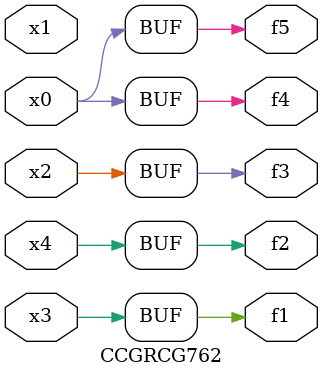
<source format=v>
module CCGRCG762(
	input x0, x1, x2, x3, x4,
	output f1, f2, f3, f4, f5
);
	assign f1 = x3;
	assign f2 = x4;
	assign f3 = x2;
	assign f4 = x0;
	assign f5 = x0;
endmodule

</source>
